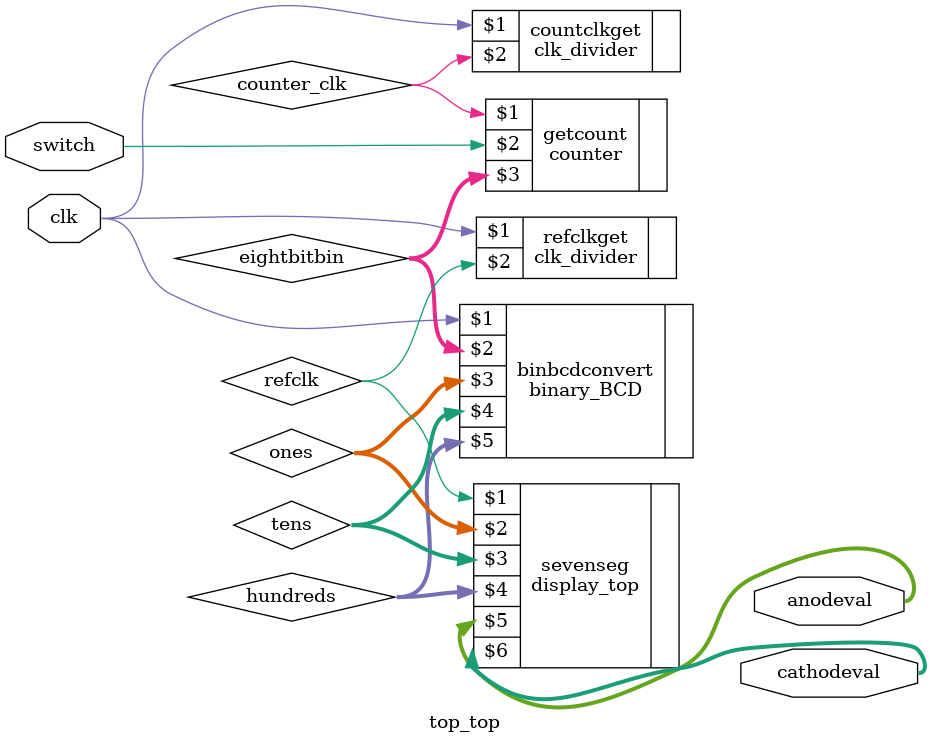
<source format=v>
`timescale 1 ns / 1ps
module top_top(input wire clk, input wire switch, output wire [3:0] anodeval, output wire [7:0] cathodeval);

    wire refclk;
    wire counter_clk;
    wire [7:0] eightbitbin;
    wire [3:0] ones, tens, hundreds;

    clk_divider #(4999) refclkget(clk, refclk);
    clk_divider #(4999999) countclkget(clk, counter_clk);
    counter getcount(counter_clk, switch, eightbitbin);
    binary_BCD binbcdconvert(clk, eightbitbin, ones, tens, hundreds);
    display_top sevenseg(refclk, ones, tens, hundreds, anodeval, cathodeval);
endmodule
</source>
